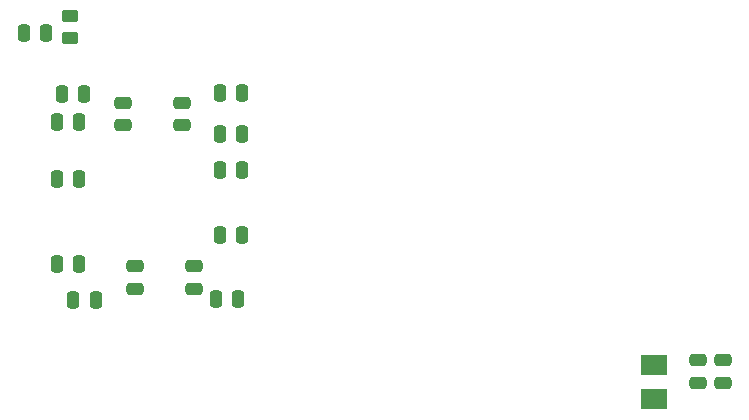
<source format=gbr>
%TF.GenerationSoftware,KiCad,Pcbnew,7.0.10*%
%TF.CreationDate,2024-03-07T22:41:58-05:00*%
%TF.ProjectId,Current,43757272-656e-4742-9e6b-696361645f70,rev?*%
%TF.SameCoordinates,Original*%
%TF.FileFunction,Paste,Bot*%
%TF.FilePolarity,Positive*%
%FSLAX46Y46*%
G04 Gerber Fmt 4.6, Leading zero omitted, Abs format (unit mm)*
G04 Created by KiCad (PCBNEW 7.0.10) date 2024-03-07 22:41:58*
%MOMM*%
%LPD*%
G01*
G04 APERTURE LIST*
G04 Aperture macros list*
%AMRoundRect*
0 Rectangle with rounded corners*
0 $1 Rounding radius*
0 $2 $3 $4 $5 $6 $7 $8 $9 X,Y pos of 4 corners*
0 Add a 4 corners polygon primitive as box body*
4,1,4,$2,$3,$4,$5,$6,$7,$8,$9,$2,$3,0*
0 Add four circle primitives for the rounded corners*
1,1,$1+$1,$2,$3*
1,1,$1+$1,$4,$5*
1,1,$1+$1,$6,$7*
1,1,$1+$1,$8,$9*
0 Add four rect primitives between the rounded corners*
20,1,$1+$1,$2,$3,$4,$5,0*
20,1,$1+$1,$4,$5,$6,$7,0*
20,1,$1+$1,$6,$7,$8,$9,0*
20,1,$1+$1,$8,$9,$2,$3,0*%
G04 Aperture macros list end*
%ADD10RoundRect,0.250000X0.475000X-0.250000X0.475000X0.250000X-0.475000X0.250000X-0.475000X-0.250000X0*%
%ADD11RoundRect,0.250000X0.250000X0.475000X-0.250000X0.475000X-0.250000X-0.475000X0.250000X-0.475000X0*%
%ADD12RoundRect,0.250000X-0.250000X-0.475000X0.250000X-0.475000X0.250000X0.475000X-0.250000X0.475000X0*%
%ADD13RoundRect,0.250000X-0.475000X0.250000X-0.475000X-0.250000X0.475000X-0.250000X0.475000X0.250000X0*%
%ADD14RoundRect,0.250000X0.450000X-0.262500X0.450000X0.262500X-0.450000X0.262500X-0.450000X-0.262500X0*%
%ADD15R,2.320000X1.810000*%
G04 APERTURE END LIST*
D10*
%TO.C,C28*%
X188220000Y-104700000D03*
X188220000Y-102800000D03*
%TD*%
D11*
%TO.C,C15*%
X147200000Y-97600000D03*
X145300000Y-97600000D03*
%TD*%
D12*
%TO.C,C1*%
X131850000Y-82650000D03*
X133750000Y-82650000D03*
%TD*%
D11*
%TO.C,C18*%
X147550000Y-92150000D03*
X145650000Y-92150000D03*
%TD*%
D12*
%TO.C,C6*%
X132250000Y-80250000D03*
X134150000Y-80250000D03*
%TD*%
D10*
%TO.C,C13*%
X143450000Y-96750000D03*
X143450000Y-94850000D03*
%TD*%
D12*
%TO.C,C5*%
X131850000Y-94650000D03*
X133750000Y-94650000D03*
%TD*%
D10*
%TO.C,C29*%
X186160000Y-104710000D03*
X186160000Y-102810000D03*
%TD*%
D12*
%TO.C,C3*%
X131850000Y-87420000D03*
X133750000Y-87420000D03*
%TD*%
D11*
%TO.C,C8*%
X147550000Y-86650000D03*
X145650000Y-86650000D03*
%TD*%
D12*
%TO.C,C7*%
X133250000Y-97650000D03*
X135150000Y-97650000D03*
%TD*%
D13*
%TO.C,C4*%
X137450000Y-81000000D03*
X137450000Y-82900000D03*
%TD*%
D10*
%TO.C,C10*%
X138450000Y-96750000D03*
X138450000Y-94850000D03*
%TD*%
D14*
%TO.C,R1*%
X132950000Y-75492500D03*
X132950000Y-73667500D03*
%TD*%
D11*
%TO.C,C38*%
X130950000Y-75100000D03*
X129050000Y-75100000D03*
%TD*%
D12*
%TO.C,C36*%
X145650000Y-83650000D03*
X147550000Y-83650000D03*
%TD*%
D15*
%TO.C,E1*%
X182430000Y-106100000D03*
X182430000Y-103200000D03*
%TD*%
D13*
%TO.C,C2*%
X142450000Y-81000000D03*
X142450000Y-82900000D03*
%TD*%
D11*
%TO.C,C22*%
X147550000Y-80150000D03*
X145650000Y-80150000D03*
%TD*%
M02*

</source>
